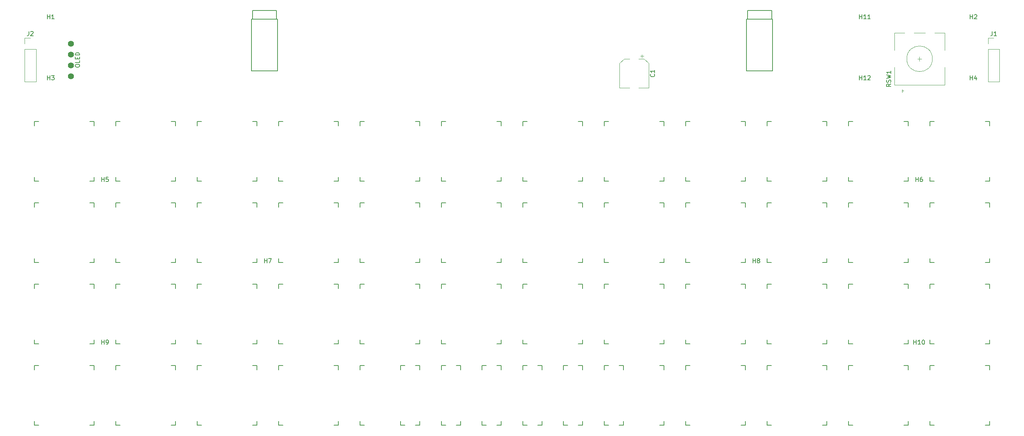
<source format=gbr>
%TF.GenerationSoftware,KiCad,Pcbnew,(6.0.4-0)*%
%TF.CreationDate,2022-09-28T21:01:25-05:00*%
%TF.ProjectId,mongus48,6d6f6e67-7573-4343-982e-6b696361645f,rev?*%
%TF.SameCoordinates,Original*%
%TF.FileFunction,Legend,Top*%
%TF.FilePolarity,Positive*%
%FSLAX46Y46*%
G04 Gerber Fmt 4.6, Leading zero omitted, Abs format (unit mm)*
G04 Created by KiCad (PCBNEW (6.0.4-0)) date 2022-09-28 21:01:25*
%MOMM*%
%LPD*%
G01*
G04 APERTURE LIST*
%ADD10C,0.150000*%
%ADD11C,0.120000*%
%ADD12C,1.397000*%
G04 APERTURE END LIST*
D10*
%TO.C,H6*%
X242125595Y-80896130D02*
X242125595Y-79896130D01*
X242125595Y-80372321D02*
X242697023Y-80372321D01*
X242697023Y-80896130D02*
X242697023Y-79896130D01*
X243601785Y-79896130D02*
X243411309Y-79896130D01*
X243316071Y-79943750D01*
X243268452Y-79991369D01*
X243173214Y-80134226D01*
X243125595Y-80324702D01*
X243125595Y-80705654D01*
X243173214Y-80800892D01*
X243220833Y-80848511D01*
X243316071Y-80896130D01*
X243506547Y-80896130D01*
X243601785Y-80848511D01*
X243649404Y-80800892D01*
X243697023Y-80705654D01*
X243697023Y-80467559D01*
X243649404Y-80372321D01*
X243601785Y-80324702D01*
X243506547Y-80277083D01*
X243316071Y-80277083D01*
X243220833Y-80324702D01*
X243173214Y-80372321D01*
X243125595Y-80467559D01*
%TO.C,H4*%
X254825595Y-57083630D02*
X254825595Y-56083630D01*
X254825595Y-56559821D02*
X255397023Y-56559821D01*
X255397023Y-57083630D02*
X255397023Y-56083630D01*
X256301785Y-56416964D02*
X256301785Y-57083630D01*
X256063690Y-56036011D02*
X255825595Y-56750297D01*
X256444642Y-56750297D01*
%TO.C,H1*%
X38925595Y-42796130D02*
X38925595Y-41796130D01*
X38925595Y-42272321D02*
X39497023Y-42272321D01*
X39497023Y-42796130D02*
X39497023Y-41796130D01*
X40497023Y-42796130D02*
X39925595Y-42796130D01*
X40211309Y-42796130D02*
X40211309Y-41796130D01*
X40116071Y-41938988D01*
X40020833Y-42034226D01*
X39925595Y-42081845D01*
%TO.C,H11*%
X228949404Y-42796130D02*
X228949404Y-41796130D01*
X228949404Y-42272321D02*
X229520833Y-42272321D01*
X229520833Y-42796130D02*
X229520833Y-41796130D01*
X230520833Y-42796130D02*
X229949404Y-42796130D01*
X230235119Y-42796130D02*
X230235119Y-41796130D01*
X230139880Y-41938988D01*
X230044642Y-42034226D01*
X229949404Y-42081845D01*
X231473214Y-42796130D02*
X230901785Y-42796130D01*
X231187500Y-42796130D02*
X231187500Y-41796130D01*
X231092261Y-41938988D01*
X230997023Y-42034226D01*
X230901785Y-42081845D01*
%TO.C,OL1*%
X45452380Y-53839880D02*
X45452380Y-53649404D01*
X45500000Y-53554166D01*
X45595238Y-53458928D01*
X45785714Y-53411309D01*
X46119047Y-53411309D01*
X46309523Y-53458928D01*
X46404761Y-53554166D01*
X46452380Y-53649404D01*
X46452380Y-53839880D01*
X46404761Y-53935119D01*
X46309523Y-54030357D01*
X46119047Y-54077976D01*
X45785714Y-54077976D01*
X45595238Y-54030357D01*
X45500000Y-53935119D01*
X45452380Y-53839880D01*
X46452380Y-52506547D02*
X46452380Y-52982738D01*
X45452380Y-52982738D01*
X45928571Y-52173214D02*
X45928571Y-51839880D01*
X46452380Y-51697023D02*
X46452380Y-52173214D01*
X45452380Y-52173214D01*
X45452380Y-51697023D01*
X46452380Y-51268452D02*
X45452380Y-51268452D01*
X45452380Y-51030357D01*
X45500000Y-50887500D01*
X45595238Y-50792261D01*
X45690476Y-50744642D01*
X45880952Y-50697023D01*
X46023809Y-50697023D01*
X46214285Y-50744642D01*
X46309523Y-50792261D01*
X46404761Y-50887500D01*
X46452380Y-51030357D01*
X46452380Y-51268452D01*
%TO.C,H7*%
X89725595Y-99946130D02*
X89725595Y-98946130D01*
X89725595Y-99422321D02*
X90297023Y-99422321D01*
X90297023Y-99946130D02*
X90297023Y-98946130D01*
X90677976Y-98946130D02*
X91344642Y-98946130D01*
X90916071Y-99946130D01*
%TO.C,H10*%
X241649404Y-118996130D02*
X241649404Y-117996130D01*
X241649404Y-118472321D02*
X242220833Y-118472321D01*
X242220833Y-118996130D02*
X242220833Y-117996130D01*
X243220833Y-118996130D02*
X242649404Y-118996130D01*
X242935119Y-118996130D02*
X242935119Y-117996130D01*
X242839880Y-118138988D01*
X242744642Y-118234226D01*
X242649404Y-118281845D01*
X243839880Y-117996130D02*
X243935119Y-117996130D01*
X244030357Y-118043750D01*
X244077976Y-118091369D01*
X244125595Y-118186607D01*
X244173214Y-118377083D01*
X244173214Y-118615178D01*
X244125595Y-118805654D01*
X244077976Y-118900892D01*
X244030357Y-118948511D01*
X243935119Y-118996130D01*
X243839880Y-118996130D01*
X243744642Y-118948511D01*
X243697023Y-118900892D01*
X243649404Y-118805654D01*
X243601785Y-118615178D01*
X243601785Y-118377083D01*
X243649404Y-118186607D01*
X243697023Y-118091369D01*
X243744642Y-118043750D01*
X243839880Y-117996130D01*
%TO.C,J2*%
X34591666Y-45709880D02*
X34591666Y-46424166D01*
X34544047Y-46567023D01*
X34448809Y-46662261D01*
X34305952Y-46709880D01*
X34210714Y-46709880D01*
X35020238Y-45805119D02*
X35067857Y-45757500D01*
X35163095Y-45709880D01*
X35401190Y-45709880D01*
X35496428Y-45757500D01*
X35544047Y-45805119D01*
X35591666Y-45900357D01*
X35591666Y-45995595D01*
X35544047Y-46138452D01*
X34972619Y-46709880D01*
X35591666Y-46709880D01*
%TO.C,C1*%
X180919642Y-55729166D02*
X180967261Y-55776785D01*
X181014880Y-55919642D01*
X181014880Y-56014880D01*
X180967261Y-56157738D01*
X180872023Y-56252976D01*
X180776785Y-56300595D01*
X180586309Y-56348214D01*
X180443452Y-56348214D01*
X180252976Y-56300595D01*
X180157738Y-56252976D01*
X180062500Y-56157738D01*
X180014880Y-56014880D01*
X180014880Y-55919642D01*
X180062500Y-55776785D01*
X180110119Y-55729166D01*
X181014880Y-54776785D02*
X181014880Y-55348214D01*
X181014880Y-55062500D02*
X180014880Y-55062500D01*
X180157738Y-55157738D01*
X180252976Y-55252976D01*
X180300595Y-55348214D01*
%TO.C,RSW1*%
X236258630Y-58051785D02*
X235782440Y-58385119D01*
X236258630Y-58623214D02*
X235258630Y-58623214D01*
X235258630Y-58242261D01*
X235306250Y-58147023D01*
X235353869Y-58099404D01*
X235449107Y-58051785D01*
X235591964Y-58051785D01*
X235687202Y-58099404D01*
X235734821Y-58147023D01*
X235782440Y-58242261D01*
X235782440Y-58623214D01*
X236211011Y-57670833D02*
X236258630Y-57527976D01*
X236258630Y-57289880D01*
X236211011Y-57194642D01*
X236163392Y-57147023D01*
X236068154Y-57099404D01*
X235972916Y-57099404D01*
X235877678Y-57147023D01*
X235830059Y-57194642D01*
X235782440Y-57289880D01*
X235734821Y-57480357D01*
X235687202Y-57575595D01*
X235639583Y-57623214D01*
X235544345Y-57670833D01*
X235449107Y-57670833D01*
X235353869Y-57623214D01*
X235306250Y-57575595D01*
X235258630Y-57480357D01*
X235258630Y-57242261D01*
X235306250Y-57099404D01*
X235258630Y-56766071D02*
X236258630Y-56527976D01*
X235544345Y-56337500D01*
X236258630Y-56147023D01*
X235258630Y-55908928D01*
X236258630Y-55004166D02*
X236258630Y-55575595D01*
X236258630Y-55289880D02*
X235258630Y-55289880D01*
X235401488Y-55385119D01*
X235496726Y-55480357D01*
X235544345Y-55575595D01*
%TO.C,H12*%
X228949404Y-57083630D02*
X228949404Y-56083630D01*
X228949404Y-56559821D02*
X229520833Y-56559821D01*
X229520833Y-57083630D02*
X229520833Y-56083630D01*
X230520833Y-57083630D02*
X229949404Y-57083630D01*
X230235119Y-57083630D02*
X230235119Y-56083630D01*
X230139880Y-56226488D01*
X230044642Y-56321726D01*
X229949404Y-56369345D01*
X230901785Y-56178869D02*
X230949404Y-56131250D01*
X231044642Y-56083630D01*
X231282738Y-56083630D01*
X231377976Y-56131250D01*
X231425595Y-56178869D01*
X231473214Y-56274107D01*
X231473214Y-56369345D01*
X231425595Y-56512202D01*
X230854166Y-57083630D01*
X231473214Y-57083630D01*
%TO.C,J1*%
X260016666Y-45709880D02*
X260016666Y-46424166D01*
X259969047Y-46567023D01*
X259873809Y-46662261D01*
X259730952Y-46709880D01*
X259635714Y-46709880D01*
X261016666Y-46709880D02*
X260445238Y-46709880D01*
X260730952Y-46709880D02*
X260730952Y-45709880D01*
X260635714Y-45852738D01*
X260540476Y-45947976D01*
X260445238Y-45995595D01*
%TO.C,H5*%
X51625595Y-80896130D02*
X51625595Y-79896130D01*
X51625595Y-80372321D02*
X52197023Y-80372321D01*
X52197023Y-80896130D02*
X52197023Y-79896130D01*
X53149404Y-79896130D02*
X52673214Y-79896130D01*
X52625595Y-80372321D01*
X52673214Y-80324702D01*
X52768452Y-80277083D01*
X53006547Y-80277083D01*
X53101785Y-80324702D01*
X53149404Y-80372321D01*
X53197023Y-80467559D01*
X53197023Y-80705654D01*
X53149404Y-80800892D01*
X53101785Y-80848511D01*
X53006547Y-80896130D01*
X52768452Y-80896130D01*
X52673214Y-80848511D01*
X52625595Y-80800892D01*
%TO.C,H3*%
X38925595Y-57083630D02*
X38925595Y-56083630D01*
X38925595Y-56559821D02*
X39497023Y-56559821D01*
X39497023Y-57083630D02*
X39497023Y-56083630D01*
X39877976Y-56083630D02*
X40497023Y-56083630D01*
X40163690Y-56464583D01*
X40306547Y-56464583D01*
X40401785Y-56512202D01*
X40449404Y-56559821D01*
X40497023Y-56655059D01*
X40497023Y-56893154D01*
X40449404Y-56988392D01*
X40401785Y-57036011D01*
X40306547Y-57083630D01*
X40020833Y-57083630D01*
X39925595Y-57036011D01*
X39877976Y-56988392D01*
%TO.C,H8*%
X204025595Y-99946130D02*
X204025595Y-98946130D01*
X204025595Y-99422321D02*
X204597023Y-99422321D01*
X204597023Y-99946130D02*
X204597023Y-98946130D01*
X205216071Y-99374702D02*
X205120833Y-99327083D01*
X205073214Y-99279464D01*
X205025595Y-99184226D01*
X205025595Y-99136607D01*
X205073214Y-99041369D01*
X205120833Y-98993750D01*
X205216071Y-98946130D01*
X205406547Y-98946130D01*
X205501785Y-98993750D01*
X205549404Y-99041369D01*
X205597023Y-99136607D01*
X205597023Y-99184226D01*
X205549404Y-99279464D01*
X205501785Y-99327083D01*
X205406547Y-99374702D01*
X205216071Y-99374702D01*
X205120833Y-99422321D01*
X205073214Y-99469940D01*
X205025595Y-99565178D01*
X205025595Y-99755654D01*
X205073214Y-99850892D01*
X205120833Y-99898511D01*
X205216071Y-99946130D01*
X205406547Y-99946130D01*
X205501785Y-99898511D01*
X205549404Y-99850892D01*
X205597023Y-99755654D01*
X205597023Y-99565178D01*
X205549404Y-99469940D01*
X205501785Y-99422321D01*
X205406547Y-99374702D01*
%TO.C,H2*%
X254825595Y-42796130D02*
X254825595Y-41796130D01*
X254825595Y-42272321D02*
X255397023Y-42272321D01*
X255397023Y-42796130D02*
X255397023Y-41796130D01*
X255825595Y-41891369D02*
X255873214Y-41843750D01*
X255968452Y-41796130D01*
X256206547Y-41796130D01*
X256301785Y-41843750D01*
X256349404Y-41891369D01*
X256397023Y-41986607D01*
X256397023Y-42081845D01*
X256349404Y-42224702D01*
X255777976Y-42796130D01*
X256397023Y-42796130D01*
%TO.C,H9*%
X51625595Y-118996130D02*
X51625595Y-117996130D01*
X51625595Y-118472321D02*
X52197023Y-118472321D01*
X52197023Y-118996130D02*
X52197023Y-117996130D01*
X52720833Y-118996130D02*
X52911309Y-118996130D01*
X53006547Y-118948511D01*
X53054166Y-118900892D01*
X53149404Y-118758035D01*
X53197023Y-118567559D01*
X53197023Y-118186607D01*
X53149404Y-118091369D01*
X53101785Y-118043750D01*
X53006547Y-117996130D01*
X52816071Y-117996130D01*
X52720833Y-118043750D01*
X52673214Y-118091369D01*
X52625595Y-118186607D01*
X52625595Y-118424702D01*
X52673214Y-118519940D01*
X52720833Y-118567559D01*
X52816071Y-118615178D01*
X53006547Y-118615178D01*
X53101785Y-118567559D01*
X53149404Y-118519940D01*
X53197023Y-118424702D01*
%TO.C,SW28*%
X93012500Y-105918750D02*
X93012500Y-104918750D01*
X107012500Y-104918750D02*
X106012500Y-104918750D01*
X107012500Y-117918750D02*
X107012500Y-118918750D01*
X93012500Y-118918750D02*
X94012500Y-118918750D01*
X94012500Y-104918750D02*
X93012500Y-104918750D01*
X106012500Y-118918750D02*
X107012500Y-118918750D01*
X93012500Y-118918750D02*
X93012500Y-117918750D01*
X107012500Y-104918750D02*
X107012500Y-105918750D01*
%TO.C,SW38*%
X68912500Y-123968750D02*
X67912500Y-123968750D01*
X68912500Y-136968750D02*
X68912500Y-137968750D01*
X54912500Y-137968750D02*
X55912500Y-137968750D01*
X67912500Y-137968750D02*
X68912500Y-137968750D01*
X54912500Y-137968750D02*
X54912500Y-136968750D01*
X54912500Y-124968750D02*
X54912500Y-123968750D01*
X68912500Y-123968750D02*
X68912500Y-124968750D01*
X55912500Y-123968750D02*
X54912500Y-123968750D01*
%TO.C,SW39*%
X73962500Y-137968750D02*
X74962500Y-137968750D01*
X87962500Y-136968750D02*
X87962500Y-137968750D01*
X73962500Y-124968750D02*
X73962500Y-123968750D01*
X74962500Y-123968750D02*
X73962500Y-123968750D01*
X87962500Y-123968750D02*
X86962500Y-123968750D01*
X86962500Y-137968750D02*
X87962500Y-137968750D01*
X87962500Y-123968750D02*
X87962500Y-124968750D01*
X73962500Y-137968750D02*
X73962500Y-136968750D01*
%TO.C,SW50*%
X173687500Y-123968750D02*
X173687500Y-124968750D01*
X172687500Y-137968750D02*
X173687500Y-137968750D01*
X173687500Y-136968750D02*
X173687500Y-137968750D01*
X159687500Y-137968750D02*
X159687500Y-136968750D01*
X159687500Y-137968750D02*
X160687500Y-137968750D01*
X160687500Y-123968750D02*
X159687500Y-123968750D01*
X159687500Y-124968750D02*
X159687500Y-123968750D01*
X173687500Y-123968750D02*
X172687500Y-123968750D01*
%TO.C,SW11*%
X239362500Y-80818750D02*
X240362500Y-80818750D01*
X226362500Y-67818750D02*
X226362500Y-66818750D01*
X226362500Y-80818750D02*
X226362500Y-79818750D01*
X240362500Y-66818750D02*
X239362500Y-66818750D01*
X226362500Y-80818750D02*
X227362500Y-80818750D01*
X240362500Y-79818750D02*
X240362500Y-80818750D01*
X240362500Y-66818750D02*
X240362500Y-67818750D01*
X227362500Y-66818750D02*
X226362500Y-66818750D01*
%TO.C,SW27*%
X73962500Y-118918750D02*
X73962500Y-117918750D01*
X73962500Y-105918750D02*
X73962500Y-104918750D01*
X73962500Y-118918750D02*
X74962500Y-118918750D01*
X74962500Y-104918750D02*
X73962500Y-104918750D01*
X87962500Y-104918750D02*
X86962500Y-104918750D01*
X87962500Y-117918750D02*
X87962500Y-118918750D01*
X87962500Y-104918750D02*
X87962500Y-105918750D01*
X86962500Y-118918750D02*
X87962500Y-118918750D01*
%TO.C,SW32*%
X169212500Y-118918750D02*
X170212500Y-118918750D01*
X169212500Y-105918750D02*
X169212500Y-104918750D01*
X182212500Y-118918750D02*
X183212500Y-118918750D01*
X170212500Y-104918750D02*
X169212500Y-104918750D01*
X183212500Y-117918750D02*
X183212500Y-118918750D01*
X183212500Y-104918750D02*
X182212500Y-104918750D01*
X169212500Y-118918750D02*
X169212500Y-117918750D01*
X183212500Y-104918750D02*
X183212500Y-105918750D01*
%TO.C,SW26*%
X68912500Y-104918750D02*
X67912500Y-104918750D01*
X54912500Y-118918750D02*
X54912500Y-117918750D01*
X54912500Y-118918750D02*
X55912500Y-118918750D01*
X68912500Y-117918750D02*
X68912500Y-118918750D01*
X67912500Y-118918750D02*
X68912500Y-118918750D01*
X54912500Y-105918750D02*
X54912500Y-104918750D01*
X68912500Y-104918750D02*
X68912500Y-105918750D01*
X55912500Y-104918750D02*
X54912500Y-104918750D01*
%TO.C,SW8*%
X169212500Y-80818750D02*
X169212500Y-79818750D01*
X182212500Y-80818750D02*
X183212500Y-80818750D01*
X183212500Y-66818750D02*
X183212500Y-67818750D01*
X183212500Y-79818750D02*
X183212500Y-80818750D01*
X183212500Y-66818750D02*
X182212500Y-66818750D01*
X169212500Y-67818750D02*
X169212500Y-66818750D01*
X169212500Y-80818750D02*
X170212500Y-80818750D01*
X170212500Y-66818750D02*
X169212500Y-66818750D01*
%TO.C,SW33*%
X188262500Y-105918750D02*
X188262500Y-104918750D01*
X202262500Y-104918750D02*
X202262500Y-105918750D01*
X188262500Y-118918750D02*
X188262500Y-117918750D01*
X189262500Y-104918750D02*
X188262500Y-104918750D01*
X201262500Y-118918750D02*
X202262500Y-118918750D01*
X202262500Y-104918750D02*
X201262500Y-104918750D01*
X188262500Y-118918750D02*
X189262500Y-118918750D01*
X202262500Y-117918750D02*
X202262500Y-118918750D01*
%TO.C,SW35*%
X227362500Y-104918750D02*
X226362500Y-104918750D01*
X240362500Y-104918750D02*
X239362500Y-104918750D01*
X226362500Y-118918750D02*
X226362500Y-117918750D01*
X226362500Y-118918750D02*
X227362500Y-118918750D01*
X240362500Y-117918750D02*
X240362500Y-118918750D01*
X239362500Y-118918750D02*
X240362500Y-118918750D01*
X240362500Y-104918750D02*
X240362500Y-105918750D01*
X226362500Y-105918750D02*
X226362500Y-104918750D01*
%TO.C,SW19*%
X151162500Y-85868750D02*
X150162500Y-85868750D01*
X163162500Y-99868750D02*
X164162500Y-99868750D01*
X150162500Y-86868750D02*
X150162500Y-85868750D01*
X150162500Y-99868750D02*
X151162500Y-99868750D01*
X164162500Y-98868750D02*
X164162500Y-99868750D01*
X150162500Y-99868750D02*
X150162500Y-98868750D01*
X164162500Y-85868750D02*
X163162500Y-85868750D01*
X164162500Y-85868750D02*
X164162500Y-86868750D01*
%TO.C,SW12*%
X245412500Y-80818750D02*
X246412500Y-80818750D01*
X259412500Y-66818750D02*
X258412500Y-66818750D01*
X259412500Y-66818750D02*
X259412500Y-67818750D01*
X245412500Y-80818750D02*
X245412500Y-79818750D01*
X258412500Y-80818750D02*
X259412500Y-80818750D01*
X245412500Y-67818750D02*
X245412500Y-66818750D01*
X246412500Y-66818750D02*
X245412500Y-66818750D01*
X259412500Y-79818750D02*
X259412500Y-80818750D01*
%TO.C,SW44*%
X170212500Y-123968750D02*
X169212500Y-123968750D01*
X169212500Y-137968750D02*
X169212500Y-136968750D01*
X183212500Y-123968750D02*
X182212500Y-123968750D01*
X169212500Y-137968750D02*
X170212500Y-137968750D01*
X169212500Y-124968750D02*
X169212500Y-123968750D01*
X183212500Y-123968750D02*
X183212500Y-124968750D01*
X183212500Y-136968750D02*
X183212500Y-137968750D01*
X182212500Y-137968750D02*
X183212500Y-137968750D01*
%TO.C,SW22*%
X221312500Y-85868750D02*
X220312500Y-85868750D01*
X221312500Y-98868750D02*
X221312500Y-99868750D01*
X207312500Y-99868750D02*
X208312500Y-99868750D01*
X221312500Y-85868750D02*
X221312500Y-86868750D01*
X207312500Y-86868750D02*
X207312500Y-85868750D01*
X220312500Y-99868750D02*
X221312500Y-99868750D01*
X208312500Y-85868750D02*
X207312500Y-85868750D01*
X207312500Y-99868750D02*
X207312500Y-98868750D01*
%TO.C,SW49*%
X140637500Y-137968750D02*
X141637500Y-137968750D01*
X153637500Y-137968750D02*
X154637500Y-137968750D01*
X154637500Y-136968750D02*
X154637500Y-137968750D01*
X141637500Y-123968750D02*
X140637500Y-123968750D01*
X140637500Y-137968750D02*
X140637500Y-136968750D01*
X154637500Y-123968750D02*
X154637500Y-124968750D01*
X154637500Y-123968750D02*
X153637500Y-123968750D01*
X140637500Y-124968750D02*
X140637500Y-123968750D01*
%TO.C,SW6*%
X131112500Y-80818750D02*
X131112500Y-79818750D01*
X132112500Y-66818750D02*
X131112500Y-66818750D01*
X145112500Y-66818750D02*
X144112500Y-66818750D01*
X144112500Y-80818750D02*
X145112500Y-80818750D01*
X131112500Y-67818750D02*
X131112500Y-66818750D01*
X131112500Y-80818750D02*
X132112500Y-80818750D01*
X145112500Y-79818750D02*
X145112500Y-80818750D01*
X145112500Y-66818750D02*
X145112500Y-67818750D01*
%TO.C,SW17*%
X112062500Y-86868750D02*
X112062500Y-85868750D01*
X125062500Y-99868750D02*
X126062500Y-99868750D01*
X112062500Y-99868750D02*
X112062500Y-98868750D01*
X126062500Y-85868750D02*
X126062500Y-86868750D01*
X112062500Y-99868750D02*
X113062500Y-99868750D01*
X113062500Y-85868750D02*
X112062500Y-85868750D01*
X126062500Y-85868750D02*
X125062500Y-85868750D01*
X126062500Y-98868750D02*
X126062500Y-99868750D01*
%TO.C,SW42*%
X131112500Y-137968750D02*
X131112500Y-136968750D01*
X144112500Y-137968750D02*
X145112500Y-137968750D01*
X145112500Y-136968750D02*
X145112500Y-137968750D01*
X131112500Y-124968750D02*
X131112500Y-123968750D01*
X132112500Y-123968750D02*
X131112500Y-123968750D01*
X145112500Y-123968750D02*
X144112500Y-123968750D01*
X145112500Y-123968750D02*
X145112500Y-124968750D01*
X131112500Y-137968750D02*
X132112500Y-137968750D01*
%TO.C,SW7*%
X164162500Y-66818750D02*
X163162500Y-66818750D01*
X151162500Y-66818750D02*
X150162500Y-66818750D01*
X164162500Y-66818750D02*
X164162500Y-67818750D01*
X163162500Y-80818750D02*
X164162500Y-80818750D01*
X150162500Y-80818750D02*
X151162500Y-80818750D01*
X150162500Y-80818750D02*
X150162500Y-79818750D01*
X164162500Y-79818750D02*
X164162500Y-80818750D01*
X150162500Y-67818750D02*
X150162500Y-66818750D01*
%TO.C,SW45*%
X188262500Y-124968750D02*
X188262500Y-123968750D01*
X202262500Y-136968750D02*
X202262500Y-137968750D01*
X202262500Y-123968750D02*
X201262500Y-123968750D01*
X189262500Y-123968750D02*
X188262500Y-123968750D01*
X188262500Y-137968750D02*
X188262500Y-136968750D01*
X188262500Y-137968750D02*
X189262500Y-137968750D01*
X201262500Y-137968750D02*
X202262500Y-137968750D01*
X202262500Y-123968750D02*
X202262500Y-124968750D01*
%TO.C,SW15*%
X73962500Y-86868750D02*
X73962500Y-85868750D01*
X86962500Y-99868750D02*
X87962500Y-99868750D01*
X73962500Y-99868750D02*
X73962500Y-98868750D01*
X87962500Y-98868750D02*
X87962500Y-99868750D01*
X74962500Y-85868750D02*
X73962500Y-85868750D01*
X87962500Y-85868750D02*
X87962500Y-86868750D01*
X87962500Y-85868750D02*
X86962500Y-85868750D01*
X73962500Y-99868750D02*
X74962500Y-99868750D01*
%TO.C,SW47*%
X226362500Y-124968750D02*
X226362500Y-123968750D01*
X226362500Y-137968750D02*
X226362500Y-136968750D01*
X226362500Y-137968750D02*
X227362500Y-137968750D01*
X239362500Y-137968750D02*
X240362500Y-137968750D01*
X240362500Y-123968750D02*
X240362500Y-124968750D01*
X227362500Y-123968750D02*
X226362500Y-123968750D01*
X240362500Y-136968750D02*
X240362500Y-137968750D01*
X240362500Y-123968750D02*
X239362500Y-123968750D01*
%TO.C,SW4*%
X93012500Y-80818750D02*
X93012500Y-79818750D01*
X107012500Y-66818750D02*
X107012500Y-67818750D01*
X107012500Y-66818750D02*
X106012500Y-66818750D01*
X93012500Y-67818750D02*
X93012500Y-66818750D01*
X107012500Y-79818750D02*
X107012500Y-80818750D01*
X94012500Y-66818750D02*
X93012500Y-66818750D01*
X93012500Y-80818750D02*
X94012500Y-80818750D01*
X106012500Y-80818750D02*
X107012500Y-80818750D01*
%TO.C,SW37*%
X35862500Y-124968750D02*
X35862500Y-123968750D01*
X48862500Y-137968750D02*
X49862500Y-137968750D01*
X49862500Y-123968750D02*
X48862500Y-123968750D01*
X49862500Y-123968750D02*
X49862500Y-124968750D01*
X35862500Y-137968750D02*
X36862500Y-137968750D01*
X49862500Y-136968750D02*
X49862500Y-137968750D01*
X35862500Y-137968750D02*
X35862500Y-136968750D01*
X36862500Y-123968750D02*
X35862500Y-123968750D01*
%TO.C,SW29*%
X112062500Y-118918750D02*
X112062500Y-117918750D01*
X112062500Y-105918750D02*
X112062500Y-104918750D01*
X113062500Y-104918750D02*
X112062500Y-104918750D01*
X126062500Y-104918750D02*
X126062500Y-105918750D01*
X112062500Y-118918750D02*
X113062500Y-118918750D01*
X126062500Y-104918750D02*
X125062500Y-104918750D01*
X126062500Y-117918750D02*
X126062500Y-118918750D01*
X125062500Y-118918750D02*
X126062500Y-118918750D01*
%TO.C,SW23*%
X240362500Y-85868750D02*
X240362500Y-86868750D01*
X226362500Y-99868750D02*
X227362500Y-99868750D01*
X240362500Y-85868750D02*
X239362500Y-85868750D01*
X226362500Y-99868750D02*
X226362500Y-98868750D01*
X239362500Y-99868750D02*
X240362500Y-99868750D01*
X226362500Y-86868750D02*
X226362500Y-85868750D01*
X240362500Y-98868750D02*
X240362500Y-99868750D01*
X227362500Y-85868750D02*
X226362500Y-85868750D01*
%TO.C,SW1*%
X35862500Y-80818750D02*
X35862500Y-79818750D01*
X48862500Y-80818750D02*
X49862500Y-80818750D01*
X49862500Y-66818750D02*
X49862500Y-67818750D01*
X49862500Y-66818750D02*
X48862500Y-66818750D01*
X49862500Y-79818750D02*
X49862500Y-80818750D01*
X36862500Y-66818750D02*
X35862500Y-66818750D01*
X35862500Y-80818750D02*
X36862500Y-80818750D01*
X35862500Y-67818750D02*
X35862500Y-66818750D01*
%TO.C,SW51*%
X121587500Y-137968750D02*
X122587500Y-137968750D01*
X121587500Y-124968750D02*
X121587500Y-123968750D01*
X134587500Y-137968750D02*
X135587500Y-137968750D01*
X121587500Y-137968750D02*
X121587500Y-136968750D01*
X135587500Y-123968750D02*
X135587500Y-124968750D01*
X135587500Y-136968750D02*
X135587500Y-137968750D01*
X122587500Y-123968750D02*
X121587500Y-123968750D01*
X135587500Y-123968750D02*
X134587500Y-123968750D01*
%TO.C,SW20*%
X170212500Y-85868750D02*
X169212500Y-85868750D01*
X183212500Y-85868750D02*
X183212500Y-86868750D01*
X169212500Y-99868750D02*
X169212500Y-98868750D01*
X169212500Y-86868750D02*
X169212500Y-85868750D01*
X183212500Y-98868750D02*
X183212500Y-99868750D01*
X169212500Y-99868750D02*
X170212500Y-99868750D01*
X182212500Y-99868750D02*
X183212500Y-99868750D01*
X183212500Y-85868750D02*
X182212500Y-85868750D01*
%TO.C,SW25*%
X35862500Y-118918750D02*
X35862500Y-117918750D01*
X49862500Y-104918750D02*
X48862500Y-104918750D01*
X49862500Y-117918750D02*
X49862500Y-118918750D01*
X48862500Y-118918750D02*
X49862500Y-118918750D01*
X36862500Y-104918750D02*
X35862500Y-104918750D01*
X49862500Y-104918750D02*
X49862500Y-105918750D01*
X35862500Y-105918750D02*
X35862500Y-104918750D01*
X35862500Y-118918750D02*
X36862500Y-118918750D01*
%TO.C,U5*%
X202531250Y-42862500D02*
X202531250Y-54962500D01*
X202781250Y-42862500D02*
X202781250Y-40862500D01*
X208631250Y-42862500D02*
X202531250Y-42862500D01*
X208381250Y-40862500D02*
X202781250Y-40862500D01*
X208631250Y-54962500D02*
X202531250Y-54962500D01*
X208381250Y-42862500D02*
X208381250Y-40862500D01*
X208631250Y-42862500D02*
X208631250Y-54962500D01*
D11*
%TO.C,J2*%
X36255000Y-49857500D02*
X36255000Y-57537500D01*
X33595000Y-49857500D02*
X36255000Y-49857500D01*
X33595000Y-57537500D02*
X36255000Y-57537500D01*
X33595000Y-48587500D02*
X33595000Y-47257500D01*
X33595000Y-47257500D02*
X34925000Y-47257500D01*
X33595000Y-49857500D02*
X33595000Y-57537500D01*
%TO.C,C1*%
X178453750Y-51518750D02*
X177666250Y-51518750D01*
X178558063Y-52152500D02*
X179622500Y-53216937D01*
X178558063Y-52152500D02*
X177272500Y-52152500D01*
X172802500Y-58972500D02*
X175152500Y-58972500D01*
X179622500Y-58972500D02*
X177272500Y-58972500D01*
X173866937Y-52152500D02*
X172802500Y-53216937D01*
X172802500Y-53216937D02*
X172802500Y-58972500D01*
X179622500Y-53216937D02*
X179622500Y-58972500D01*
X178060000Y-51125000D02*
X178060000Y-51912500D01*
X173866937Y-52152500D02*
X175152500Y-52152500D01*
%TO.C,RSW1*%
X239206250Y-59637500D02*
X238906250Y-59937500D01*
X241706250Y-46037500D02*
X244306250Y-46037500D01*
X237106250Y-58237500D02*
X248906250Y-58237500D01*
X246506250Y-46037500D02*
X248906250Y-46037500D01*
X243006250Y-52637500D02*
X243006250Y-51637500D01*
X238906250Y-59337500D02*
X239206250Y-59637500D01*
X248906250Y-54137500D02*
X248906250Y-58237500D01*
X237106250Y-50137500D02*
X237106250Y-46037500D01*
X248906250Y-46037500D02*
X248906250Y-50137500D01*
X237106250Y-46037500D02*
X239506250Y-46037500D01*
X242506250Y-52137500D02*
X243506250Y-52137500D01*
X238906250Y-59937500D02*
X238906250Y-59337500D01*
X237106250Y-54137500D02*
X237106250Y-58237500D01*
X246006250Y-52137500D02*
G75*
G03*
X246006250Y-52137500I-3000000J0D01*
G01*
D10*
%TO.C,SW9*%
X201262500Y-80818750D02*
X202262500Y-80818750D01*
X188262500Y-67818750D02*
X188262500Y-66818750D01*
X202262500Y-66818750D02*
X201262500Y-66818750D01*
X188262500Y-80818750D02*
X188262500Y-79818750D01*
X188262500Y-80818750D02*
X189262500Y-80818750D01*
X202262500Y-79818750D02*
X202262500Y-80818750D01*
X189262500Y-66818750D02*
X188262500Y-66818750D01*
X202262500Y-66818750D02*
X202262500Y-67818750D01*
%TO.C,SW34*%
X207312500Y-105918750D02*
X207312500Y-104918750D01*
X221312500Y-104918750D02*
X221312500Y-105918750D01*
X207312500Y-118918750D02*
X207312500Y-117918750D01*
X221312500Y-104918750D02*
X220312500Y-104918750D01*
X207312500Y-118918750D02*
X208312500Y-118918750D01*
X221312500Y-117918750D02*
X221312500Y-118918750D01*
X220312500Y-118918750D02*
X221312500Y-118918750D01*
X208312500Y-104918750D02*
X207312500Y-104918750D01*
%TO.C,SW46*%
X207312500Y-124968750D02*
X207312500Y-123968750D01*
X208312500Y-123968750D02*
X207312500Y-123968750D01*
X221312500Y-123968750D02*
X221312500Y-124968750D01*
X221312500Y-123968750D02*
X220312500Y-123968750D01*
X220312500Y-137968750D02*
X221312500Y-137968750D01*
X207312500Y-137968750D02*
X208312500Y-137968750D01*
X221312500Y-136968750D02*
X221312500Y-137968750D01*
X207312500Y-137968750D02*
X207312500Y-136968750D01*
%TO.C,SW40*%
X106012500Y-137968750D02*
X107012500Y-137968750D01*
X93012500Y-124968750D02*
X93012500Y-123968750D01*
X93012500Y-137968750D02*
X93012500Y-136968750D01*
X107012500Y-123968750D02*
X107012500Y-124968750D01*
X94012500Y-123968750D02*
X93012500Y-123968750D01*
X107012500Y-136968750D02*
X107012500Y-137968750D01*
X107012500Y-123968750D02*
X106012500Y-123968750D01*
X93012500Y-137968750D02*
X94012500Y-137968750D01*
%TO.C,SW14*%
X67912500Y-99868750D02*
X68912500Y-99868750D01*
X54912500Y-86868750D02*
X54912500Y-85868750D01*
X68912500Y-85868750D02*
X68912500Y-86868750D01*
X68912500Y-98868750D02*
X68912500Y-99868750D01*
X68912500Y-85868750D02*
X67912500Y-85868750D01*
X54912500Y-99868750D02*
X55912500Y-99868750D01*
X54912500Y-99868750D02*
X54912500Y-98868750D01*
X55912500Y-85868750D02*
X54912500Y-85868750D01*
D11*
%TO.C,J1*%
X259020000Y-49857500D02*
X261680000Y-49857500D01*
X261680000Y-49857500D02*
X261680000Y-57537500D01*
X259020000Y-48587500D02*
X259020000Y-47257500D01*
X259020000Y-49857500D02*
X259020000Y-57537500D01*
X259020000Y-57537500D02*
X261680000Y-57537500D01*
X259020000Y-47257500D02*
X260350000Y-47257500D01*
D10*
%TO.C,SW36*%
X246412500Y-104918750D02*
X245412500Y-104918750D01*
X245412500Y-118918750D02*
X246412500Y-118918750D01*
X258412500Y-118918750D02*
X259412500Y-118918750D01*
X245412500Y-118918750D02*
X245412500Y-117918750D01*
X259412500Y-104918750D02*
X259412500Y-105918750D01*
X245412500Y-105918750D02*
X245412500Y-104918750D01*
X259412500Y-104918750D02*
X258412500Y-104918750D01*
X259412500Y-117918750D02*
X259412500Y-118918750D01*
%TO.C,SW3*%
X87962500Y-66818750D02*
X86962500Y-66818750D01*
X73962500Y-80818750D02*
X74962500Y-80818750D01*
X86962500Y-80818750D02*
X87962500Y-80818750D01*
X87962500Y-79818750D02*
X87962500Y-80818750D01*
X73962500Y-67818750D02*
X73962500Y-66818750D01*
X74962500Y-66818750D02*
X73962500Y-66818750D01*
X87962500Y-66818750D02*
X87962500Y-67818750D01*
X73962500Y-80818750D02*
X73962500Y-79818750D01*
%TO.C,SW43*%
X150162500Y-124968750D02*
X150162500Y-123968750D01*
X151162500Y-123968750D02*
X150162500Y-123968750D01*
X164162500Y-123968750D02*
X164162500Y-124968750D01*
X163162500Y-137968750D02*
X164162500Y-137968750D01*
X164162500Y-136968750D02*
X164162500Y-137968750D01*
X150162500Y-137968750D02*
X151162500Y-137968750D01*
X150162500Y-137968750D02*
X150162500Y-136968750D01*
X164162500Y-123968750D02*
X163162500Y-123968750D01*
%TO.C,SW30*%
X131112500Y-118918750D02*
X131112500Y-117918750D01*
X145112500Y-104918750D02*
X145112500Y-105918750D01*
X131112500Y-105918750D02*
X131112500Y-104918750D01*
X132112500Y-104918750D02*
X131112500Y-104918750D01*
X145112500Y-117918750D02*
X145112500Y-118918750D01*
X144112500Y-118918750D02*
X145112500Y-118918750D01*
X131112500Y-118918750D02*
X132112500Y-118918750D01*
X145112500Y-104918750D02*
X144112500Y-104918750D01*
%TO.C,SW10*%
X220312500Y-80818750D02*
X221312500Y-80818750D01*
X207312500Y-80818750D02*
X207312500Y-79818750D01*
X221312500Y-66818750D02*
X221312500Y-67818750D01*
X221312500Y-79818750D02*
X221312500Y-80818750D01*
X207312500Y-80818750D02*
X208312500Y-80818750D01*
X221312500Y-66818750D02*
X220312500Y-66818750D01*
X207312500Y-67818750D02*
X207312500Y-66818750D01*
X208312500Y-66818750D02*
X207312500Y-66818750D01*
%TO.C,SW21*%
X189262500Y-85868750D02*
X188262500Y-85868750D01*
X201262500Y-99868750D02*
X202262500Y-99868750D01*
X188262500Y-99868750D02*
X188262500Y-98868750D01*
X188262500Y-86868750D02*
X188262500Y-85868750D01*
X202262500Y-85868750D02*
X201262500Y-85868750D01*
X188262500Y-99868750D02*
X189262500Y-99868750D01*
X202262500Y-85868750D02*
X202262500Y-86868750D01*
X202262500Y-98868750D02*
X202262500Y-99868750D01*
%TO.C,SW2*%
X54912500Y-80818750D02*
X55912500Y-80818750D01*
X55912500Y-66818750D02*
X54912500Y-66818750D01*
X68912500Y-66818750D02*
X68912500Y-67818750D01*
X67912500Y-80818750D02*
X68912500Y-80818750D01*
X68912500Y-66818750D02*
X67912500Y-66818750D01*
X68912500Y-79818750D02*
X68912500Y-80818750D01*
X54912500Y-80818750D02*
X54912500Y-79818750D01*
X54912500Y-67818750D02*
X54912500Y-66818750D01*
%TO.C,SW48*%
X259412500Y-136968750D02*
X259412500Y-137968750D01*
X245412500Y-137968750D02*
X245412500Y-136968750D01*
X245412500Y-137968750D02*
X246412500Y-137968750D01*
X258412500Y-137968750D02*
X259412500Y-137968750D01*
X259412500Y-123968750D02*
X258412500Y-123968750D01*
X245412500Y-124968750D02*
X245412500Y-123968750D01*
X246412500Y-123968750D02*
X245412500Y-123968750D01*
X259412500Y-123968750D02*
X259412500Y-124968750D01*
%TO.C,SW24*%
X245412500Y-86868750D02*
X245412500Y-85868750D01*
X259412500Y-85868750D02*
X259412500Y-86868750D01*
X258412500Y-99868750D02*
X259412500Y-99868750D01*
X259412500Y-98868750D02*
X259412500Y-99868750D01*
X245412500Y-99868750D02*
X245412500Y-98868750D01*
X246412500Y-85868750D02*
X245412500Y-85868750D01*
X245412500Y-99868750D02*
X246412500Y-99868750D01*
X259412500Y-85868750D02*
X258412500Y-85868750D01*
%TO.C,U4*%
X86643750Y-42862500D02*
X86643750Y-54962500D01*
X86893750Y-42862500D02*
X86893750Y-40862500D01*
X92743750Y-42862500D02*
X92743750Y-54962500D01*
X92743750Y-54962500D02*
X86643750Y-54962500D01*
X92493750Y-40862500D02*
X86893750Y-40862500D01*
X92493750Y-42862500D02*
X92493750Y-40862500D01*
X92743750Y-42862500D02*
X86643750Y-42862500D01*
%TO.C,SW41*%
X113062500Y-123968750D02*
X112062500Y-123968750D01*
X125062500Y-137968750D02*
X126062500Y-137968750D01*
X126062500Y-123968750D02*
X125062500Y-123968750D01*
X126062500Y-136968750D02*
X126062500Y-137968750D01*
X112062500Y-137968750D02*
X113062500Y-137968750D01*
X112062500Y-137968750D02*
X112062500Y-136968750D01*
X126062500Y-123968750D02*
X126062500Y-124968750D01*
X112062500Y-124968750D02*
X112062500Y-123968750D01*
%TO.C,SW31*%
X150162500Y-105918750D02*
X150162500Y-104918750D01*
X151162500Y-104918750D02*
X150162500Y-104918750D01*
X164162500Y-104918750D02*
X163162500Y-104918750D01*
X163162500Y-118918750D02*
X164162500Y-118918750D01*
X150162500Y-118918750D02*
X151162500Y-118918750D01*
X150162500Y-118918750D02*
X150162500Y-117918750D01*
X164162500Y-104918750D02*
X164162500Y-105918750D01*
X164162500Y-117918750D02*
X164162500Y-118918750D01*
%TO.C,SW18*%
X131112500Y-99868750D02*
X131112500Y-98868750D01*
X144112500Y-99868750D02*
X145112500Y-99868750D01*
X131112500Y-99868750D02*
X132112500Y-99868750D01*
X132112500Y-85868750D02*
X131112500Y-85868750D01*
X131112500Y-86868750D02*
X131112500Y-85868750D01*
X145112500Y-85868750D02*
X144112500Y-85868750D01*
X145112500Y-98868750D02*
X145112500Y-99868750D01*
X145112500Y-85868750D02*
X145112500Y-86868750D01*
%TO.C,SW16*%
X107012500Y-85868750D02*
X107012500Y-86868750D01*
X107012500Y-98868750D02*
X107012500Y-99868750D01*
X106012500Y-99868750D02*
X107012500Y-99868750D01*
X93012500Y-99868750D02*
X93012500Y-98868750D01*
X93012500Y-86868750D02*
X93012500Y-85868750D01*
X107012500Y-85868750D02*
X106012500Y-85868750D01*
X94012500Y-85868750D02*
X93012500Y-85868750D01*
X93012500Y-99868750D02*
X94012500Y-99868750D01*
%TO.C,SW13*%
X48862500Y-99868750D02*
X49862500Y-99868750D01*
X49862500Y-85868750D02*
X48862500Y-85868750D01*
X35862500Y-99868750D02*
X35862500Y-98868750D01*
X35862500Y-86868750D02*
X35862500Y-85868750D01*
X49862500Y-85868750D02*
X49862500Y-86868750D01*
X49862500Y-98868750D02*
X49862500Y-99868750D01*
X35862500Y-99868750D02*
X36862500Y-99868750D01*
X36862500Y-85868750D02*
X35862500Y-85868750D01*
%TO.C,SW5*%
X112062500Y-67818750D02*
X112062500Y-66818750D01*
X112062500Y-80818750D02*
X113062500Y-80818750D01*
X112062500Y-80818750D02*
X112062500Y-79818750D01*
X126062500Y-66818750D02*
X125062500Y-66818750D01*
X113062500Y-66818750D02*
X112062500Y-66818750D01*
X126062500Y-79818750D02*
X126062500Y-80818750D01*
X126062500Y-66818750D02*
X126062500Y-67818750D01*
X125062500Y-80818750D02*
X126062500Y-80818750D01*
%TD*%
D12*
%TO.C,OL1*%
X44450000Y-48577500D03*
X44450000Y-51117500D03*
X44450000Y-53657500D03*
X44450000Y-56197500D03*
%TD*%
M02*

</source>
